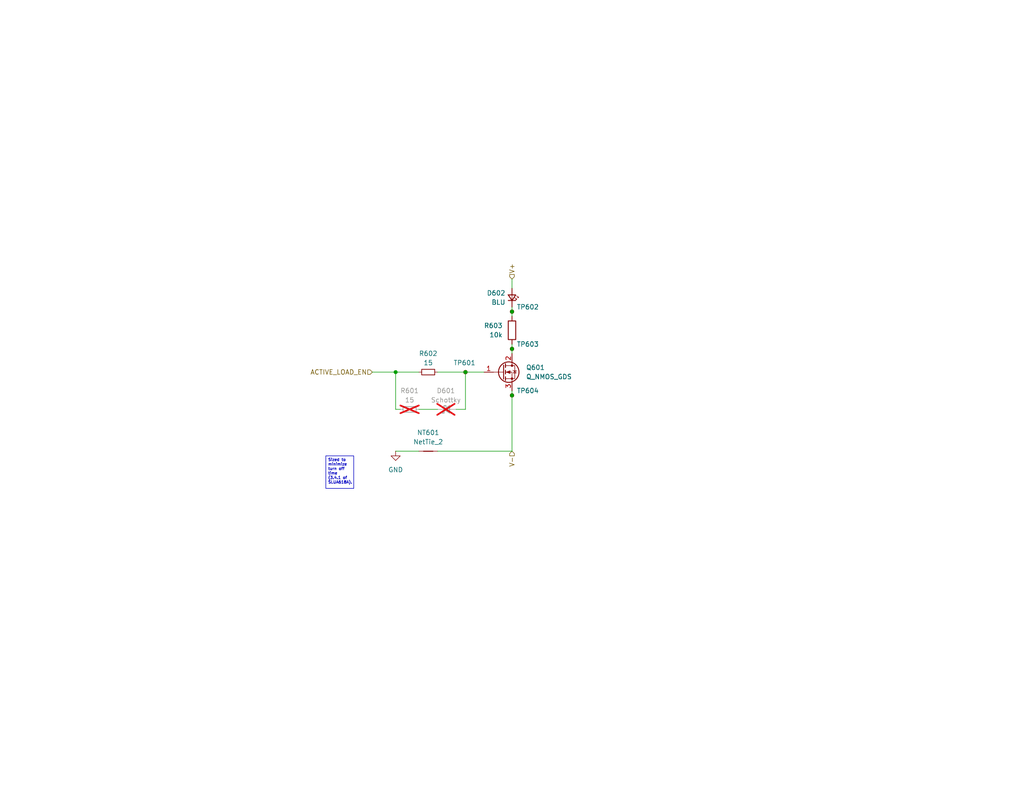
<source format=kicad_sch>
(kicad_sch (version 20231120) (generator "eeschema") (generator_version "8.0")
  (paper "USLetter")
  (title_block (title "Mighty MPPT") (date "2024-08-31") (rev "v0.1.0rc") (comment 1 "Matthew Yu") (comment 2 "Jacob Pustilnik"))
  (lib_symbols
    (symbol "Connector:TestPoint_Small" (pin_numbers hide) (pin_names (offset 0.762) hide)
      (property "Reference" "TP" (at 0 3.81 0))
      (property "Value" "TestPoint_Small" (at 0 2.032 0))
      (symbol "TestPoint_Small_0_1"
        (circle (center 0 0) (radius 0.508))
      )
      (symbol "TestPoint_Small_1_1"
        (pin passive line (at 0 0 90) (length 0) (name "1") (number "1"))
      )
    )
    (symbol "Device:D_Schottky_Small" (pin_numbers hide) (pin_names (offset 0.254) hide)
      (property "Reference" "D" (at -1.27 2.032 0))
      (property "Value" "D_Schottky_Small" (at -7.112 -2.032 0))
      (symbol "D_Schottky_Small_0_1"
        (polyline (pts (xy -0.762 0) (xy 0.762 0)))
        (polyline (pts (xy 0.762 -1.016) (xy -0.762 0) (xy 0.762 1.016) (xy 0.762 -1.016)) (stroke (width 0.254)))
        (polyline (pts (xy -1.27 0.762) (xy -1.27 1.016) (xy -0.762 1.016) (xy -0.762 -1.016) (xy -0.254 -1.016) (xy -0.254 -0.762)) (stroke (width 0.254)))
      )
      (symbol "D_Schottky_Small_1_1"
        (pin passive line (at -2.54 0 0) (length 1.778) (name "K") (number "1"))
        (pin passive line (at 2.54 0 180) (length 1.778) (name "A") (number "2"))
      )
    )
    (symbol "Device:LED_Small" (pin_numbers hide) (pin_names (offset 0.254) hide)
      (property "Reference" "D" (at -1.27 3.175 0))
      (property "Value" "LED_Small" (at -4.445 -2.54 0))
      (symbol "LED_Small_0_1"
        (polyline (pts (xy -0.762 -1.016) (xy -0.762 1.016)) (stroke (width 0.254)))
        (polyline (pts (xy 1.016 0) (xy -0.762 0)))
        (polyline (pts (xy 0.762 -1.016) (xy -0.762 0) (xy 0.762 1.016) (xy 0.762 -1.016)) (stroke (width 0.254)))
        (polyline (pts (xy 0 0.762) (xy -0.508 1.27) (xy -0.254 1.27) (xy -0.508 1.27) (xy -0.508 1.016)))
        (polyline (pts (xy 0.508 1.27) (xy 0 1.778) (xy 0.254 1.778) (xy 0 1.778) (xy 0 1.524)))
      )
      (symbol "LED_Small_1_1"
        (pin passive line (at -2.54 0 0) (length 1.778) (name "K") (number "1"))
        (pin passive line (at 2.54 0 180) (length 1.778) (name "A") (number "2"))
      )
    )
    (symbol "Device:NetTie_2" (pin_numbers hide) (pin_names (offset 0) hide) (in_bom no)
      (property "Reference" "NT" (at 0 1.27 0))
      (property "Value" "NetTie_2" (at 0 -1.27 0))
      (symbol "NetTie_2_0_1"
        (polyline (pts (xy -1.27 0) (xy 1.27 0)) (stroke (width 0.254)))
      )
      (symbol "NetTie_2_1_1"
        (pin passive line (at -2.54 0 0) (length 2.54) (name "1") (number "1"))
        (pin passive line (at 2.54 0 180) (length 2.54) (name "2") (number "2"))
      )
    )
    (symbol "Device:Q_NMOS_GDS" (pin_names (offset 0) hide)
      (property "Reference" "Q" (at 5.08 1.27 0))
      (property "Value" "Q_NMOS_GDS" (at 5.08 -1.27 0))
      (symbol "Q_NMOS_GDS_0_1"
        (polyline (pts (xy 0.254 0) (xy -2.54 0)))
        (polyline (pts (xy 0.254 1.905) (xy 0.254 -1.905)) (stroke (width 0.254)))
        (polyline (pts (xy 0.762 -1.27) (xy 0.762 -2.286)) (stroke (width 0.254)))
        (polyline (pts (xy 0.762 0.508) (xy 0.762 -0.508)) (stroke (width 0.254)))
        (polyline (pts (xy 0.762 2.286) (xy 0.762 1.27)) (stroke (width 0.254)))
        (polyline (pts (xy 2.54 2.54) (xy 2.54 1.778)))
        (polyline (pts (xy 2.54 -2.54) (xy 2.54 0) (xy 0.762 0)))
        (polyline (pts (xy 0.762 -1.778) (xy 3.302 -1.778) (xy 3.302 1.778) (xy 0.762 1.778)))
        (polyline (pts (xy 1.016 0) (xy 2.032 0.381) (xy 2.032 -0.381) (xy 1.016 0)) (fill (type outline)))
        (polyline (pts (xy 2.794 0.508) (xy 2.921 0.381) (xy 3.683 0.381) (xy 3.81 0.254)))
        (polyline (pts (xy 3.302 0.381) (xy 2.921 -0.254) (xy 3.683 -0.254) (xy 3.302 0.381)))
        (circle (center 1.651 0) (radius 2.794) (stroke (width 0.254)))
        (circle (center 2.54 -1.778) (radius 0.254) (fill (type outline)))
        (circle (center 2.54 1.778) (radius 0.254) (fill (type outline)))
      )
      (symbol "Q_NMOS_GDS_1_1"
        (pin input line (at -5.08 0 0) (length 2.54) (name "G") (number "1"))
        (pin passive line (at 2.54 5.08 270) (length 2.54) (name "D") (number "2"))
        (pin passive line (at 2.54 -5.08 90) (length 2.54) (name "S") (number "3"))
      )
    )
    (symbol "Device:R" (pin_numbers hide) (pin_names (offset 0))
      (property "Reference" "R" (at 2.032 0 90))
      (property "Value" "R" (at 0 0 90))
      (symbol "R_0_1"
        (rectangle (start -1.016 -2.54) (end 1.016 2.54) (stroke (width 0.254)))
      )
      (symbol "R_1_1"
        (pin passive line (at 0 3.81 270) (length 1.27) (name "~") (number "1"))
        (pin passive line (at 0 -3.81 90) (length 1.27) (name "~") (number "2"))
      )
    )
    (symbol "Device:R_Small" (pin_numbers hide) (pin_names (offset 0.254) hide)
      (property "Reference" "R" (at 0.762 0.508 0))
      (property "Value" "R_Small" (at 0.762 -1.016 0))
      (symbol "R_Small_0_1"
        (rectangle (start -0.762 1.778) (end 0.762 -1.778) (stroke (width 0.2032)))
      )
      (symbol "R_Small_1_1"
        (pin passive line (at 0 2.54 270) (length 0.762) (name "~") (number "1"))
        (pin passive line (at 0 -2.54 90) (length 0.762) (name "~") (number "2"))
      )
    )
    (symbol "power:GND" (power) (pin_numbers hide) (pin_names (offset 0) hide)
      (property "Value" "GND" (at 0 -3.81 0))
      (symbol "GND_0_1"
        (polyline (pts (xy 0 0) (xy 0 -1.27) (xy 1.27 -1.27) (xy 0 -2.54) (xy -1.27 -1.27) (xy 0 -1.27)))
      )
      (symbol "GND_1_1"
        (pin power_in line (at 0 0 270) (length 0) (name "~") (number "1"))
      )
    )
  )
  (junction (at 139.7 107.95))
  (junction (at 139.7 85.09))
  (junction (at 127 101.6))
  (junction (at 107.95 101.6))
  (junction (at 139.7 95.25))
  (wire (pts (xy 139.7 76.2) (xy 139.7 78.74)))
  (wire (pts (xy 107.95 111.76) (xy 109.22 111.76)))
  (wire (pts (xy 139.7 93.98) (xy 139.7 95.25)))
  (wire (pts (xy 127 111.76) (xy 124.46 111.76)))
  (wire (pts (xy 139.7 106.68) (xy 139.7 107.95)))
  (wire (pts (xy 139.7 95.25) (xy 139.7 96.52)))
  (wire (pts (xy 127 101.6) (xy 127 111.76)))
  (wire (pts (xy 107.95 101.6) (xy 114.3 101.6)))
  (wire (pts (xy 127 101.6) (xy 132.08 101.6)))
  (wire (pts (xy 139.7 107.95) (xy 139.7 123.19)))
  (wire (pts (xy 139.7 85.09) (xy 139.7 86.36)))
  (wire (pts (xy 107.95 101.6) (xy 107.95 111.76)))
  (wire (pts (xy 119.38 101.6) (xy 127 101.6)))
  (wire (pts (xy 107.95 123.19) (xy 114.3 123.19)))
  (wire (pts (xy 101.6 101.6) (xy 107.95 101.6)))
  (wire (pts (xy 114.3 111.76) (xy 119.38 111.76)))
  (wire (pts (xy 119.38 123.19) (xy 139.7 123.19)))
  (wire (pts (xy 139.7 83.82) (xy 139.7 85.09)))
  (text_box "Sized to minimize turn off time (3.4.1 of SLUA618A)." (at 88.9 124.46 0) (size 7.62 8.89) (effects (font (size 0.762 0.762)) (justify left top)))
  (hierarchical_label "V-" (shape input) (at 139.7 123.19 270))
  (hierarchical_label "V+" (shape input) (at 139.7 76.2 90))
  (hierarchical_label "ACTIVE_LOAD_EN" (shape input) (at 101.6 101.6 180))
  (symbol (lib_id "Device:NetTie_2") (at 116.84 123.19 0) (unit 1) (in_bom no)
    (property "Reference" "NT601" (at 116.84 118.11 0))
    (property "Value" "NetTie_2" (at 116.84 120.65 0))
    (property "Footprint" "NetTie:NetTie-2_SMD_Pad0.5mm" (effects (hide yes)))
    (property "Description" "Net tie, 2 pins" (effects (hide yes)))
    (instances (project "mppt" (path "" (reference "NT601") (unit 1)) (path "" (reference "NT701") (unit 1))))
  )
  (symbol (lib_id "Connector:TestPoint_Small") (at 127 101.6 0) (mirror y) (unit 1)
    (property "Reference" "TP601" (at 129.794 99.06 0) (effects (justify left)))
    (property "Value" "TestPoint_Small" (effects (hide yes)))
    (property "Footprint" "TestPoint:TestPoint_Pad_D1.0mm" (effects (hide yes)))
    (property "Description" "test point" (effects (hide yes)))
    (instances (project "mppt" (path "" (reference "TP601") (unit 1)) (path "" (reference "TP701") (unit 1))))
  )
  (symbol (lib_id "Connector:TestPoint_Small") (at 139.7 107.95 0) (unit 1)
    (property "Reference" "TP604" (at 140.97 106.6799 0) (effects (justify left)))
    (property "Value" "TestPoint_Small" (effects (hide yes)))
    (property "Footprint" "TestPoint:TestPoint_Pad_D1.0mm" (effects (hide yes)))
    (property "Description" "test point" (effects (hide yes)))
    (instances (project "mppt" (path "" (reference "TP604") (unit 1)) (path "" (reference "TP704") (unit 1))))
  )
  (symbol (lib_id "Device:D_Schottky_Small") (at 121.92 111.76 0) (mirror x) (unit 1) (dnp yes)
    (property "Reference" "D601" (at 121.666 106.68 0))
    (property "Value" "Schottky" (at 121.666 109.22 0))
    (property "Footprint" "Diode_SMD:D_SOD-123F" (effects (hide yes)))
    (property "Datasheet" "https://www.mouser.com/datasheet/2/115/DIOD_S_A0002960396_1-2542090.pdf" (effects (hide yes)))
    (property "Description" "Schottky diode, small symbol" (effects (hide yes)))
    (property "Manufacturer" "Diodes Incorporated" (effects (hide yes)))
    (property "P/N" " SBR3U40S1F-7 " (effects (hide yes)))
    (instances (project "mppt" (path "" (reference "D601") (unit 1)) (path "" (reference "D701") (unit 1))))
  )
  (symbol (lib_id "power:GND") (at 107.95 123.19 0) (unit 1)
    (property "Reference" "#PWR0601" (effects (hide yes)))
    (property "Value" "GND" (at 107.95 128.27 0))
    (property "Description" "Power symbol creates a global label with name \"GND\" , ground" (effects (hide yes)))
    (instances (project "" (path "" (reference "#PWR0601") (unit 1)) (path "" (reference "#PWR0701") (unit 1))))
  )
  (symbol (lib_id "Device:LED_Small") (at 139.7 81.28 270) (mirror x) (unit 1)
    (property "Reference" "D602" (at 137.922 80.01 90) (effects (justify right)))
    (property "Value" "BLU" (at 137.922 82.55 90) (effects (justify right)))
    (property "Footprint" "LED_SMD:LED_0805_2012Metric_Pad1.15x1.40mm_HandSolder" (effects (hide yes)))
    (property "Datasheet" "https://www.mouser.com/datasheet/2/216/APT2012QBC_D-226241.pdf" (effects (hide yes)))
    (property "Description" "Light emitting diode, small symbol" (effects (hide yes)))
    (property "Manufacturer" "Kingbright" (effects (hide yes)))
    (property "P/N" " APT2012QBC/D " (effects (hide yes)))
    (instances (project "mppt" (path "" (reference "D602") (unit 1)) (path "" (reference "D702") (unit 1))))
  )
  (symbol (lib_id "Connector:TestPoint_Small") (at 139.7 85.09 0) (unit 1)
    (property "Reference" "TP602" (at 140.97 83.8199 0) (effects (justify left)))
    (property "Value" "TestPoint_Small" (effects (hide yes)))
    (property "Footprint" "TestPoint:TestPoint_Pad_D1.0mm" (effects (hide yes)))
    (property "Description" "test point" (effects (hide yes)))
    (instances (project "mppt" (path "" (reference "TP602") (unit 1)) (path "" (reference "TP702") (unit 1))))
  )
  (symbol (lib_id "Connector:TestPoint_Small") (at 139.7 95.25 0) (unit 1)
    (property "Reference" "TP603" (at 140.97 93.9799 0) (effects (justify left)))
    (property "Value" "TestPoint_Small" (effects (hide yes)))
    (property "Footprint" "TestPoint:TestPoint_Pad_D1.0mm" (effects (hide yes)))
    (property "Description" "test point" (effects (hide yes)))
    (instances (project "mppt" (path "" (reference "TP603") (unit 1)) (path "" (reference "TP703") (unit 1))))
  )
  (symbol (lib_id "Device:R_Small") (at 111.76 111.76 270) (unit 1) (dnp yes)
    (property "Reference" "R601" (at 111.76 106.68 90))
    (property "Value" "15" (at 111.76 109.22 90))
    (property "Footprint" "Resistor_SMD:R_1210_3225Metric_Pad1.30x2.65mm_HandSolder" (effects (hide yes)))
    (property "Datasheet" "https://www.vishay.com/docs/20035/dcrcwe3.pdf" (effects (hide yes)))
    (property "Description" "Resistor, small symbol" (effects (hide yes)))
    (property "Manufacturer" "Vishay / Dale" (effects (hide yes)))
    (property "P/N" "CRCW121015R0FKEA " (effects (hide yes)))
    (instances (project "mppt" (path "" (reference "R601") (unit 1)) (path "" (reference "R701") (unit 1))))
  )
  (symbol (lib_id "Device:R") (at 139.7 90.17 0) (mirror y) (unit 1)
    (property "Reference" "R603" (at 137.16 88.8999 0) (effects (justify left)))
    (property "Value" "10k" (at 137.16 91.4399 0) (effects (justify left)))
    (property "Footprint" "Resistor_SMD:R_2512_6332Metric_Pad1.40x3.35mm_HandSolder" (effects (hide yes)))
    (property "Datasheet" "https://www.mouser.com/datasheet/2/54/chp-1858668.pdf" (effects (hide yes)))
    (property "Description" "Resistor" (effects (hide yes)))
    (property "Manufacturer" "Bourns" (effects (hide yes)))
    (property "Notes" "2.5W" (effects (hide yes)))
    (property "P/N" " CHP2512-JW-103ELF " (effects (hide yes)))
    (instances (project "mppt" (path "" (reference "R603") (unit 1)) (path "" (reference "R703") (unit 1))))
  )
  (symbol (lib_id "Device:Q_NMOS_GDS") (at 137.16 101.6 0) (unit 1)
    (property "Reference" "Q601" (at 143.51 100.3299 0) (effects (justify left)))
    (property "Value" "Q_NMOS_GDS" (at 143.51 102.8699 0) (effects (justify left)))
    (property "Footprint" "Package_TO_SOT_SMD:SOT-223-3_TabPin2" (effects (hide yes)))
    (property "Datasheet" "https://www.mouser.com/datasheet/2/196/Infineon_BSP297_DS_v02_02_en-1226465.pdf" (effects (hide yes)))
    (property "Description" "N-MOSFET transistor, gate/drain/source" (effects (hide yes)))
    (property "Manufacturer" "Infineon" (effects (hide yes)))
    (property "P/N" "BSP297H6327" (effects (hide yes)))
    (instances (project "mppt" (path "" (reference "Q601") (unit 1)) (path "" (reference "Q701") (unit 1))))
  )
  (symbol (lib_id "Device:R_Small") (at 116.84 101.6 270) (unit 1)
    (property "Reference" "R602" (at 116.84 96.52 90))
    (property "Value" "15" (at 116.84 99.06 90))
    (property "Footprint" "Resistor_SMD:R_1210_3225Metric_Pad1.30x2.65mm_HandSolder" (effects (hide yes)))
    (property "Datasheet" "https://www.vishay.com/docs/20035/dcrcwe3.pdf" (effects (hide yes)))
    (property "Description" "Resistor, small symbol" (effects (hide yes)))
    (property "Manufacturer" "Vishay / Dale" (effects (hide yes)))
    (property "P/N" "CRCW121015R0FKEA " (effects (hide yes)))
    (instances (project "mppt" (path "" (reference "R602") (unit 1)) (path "" (reference "R702") (unit 1))))
  )
)
</source>
